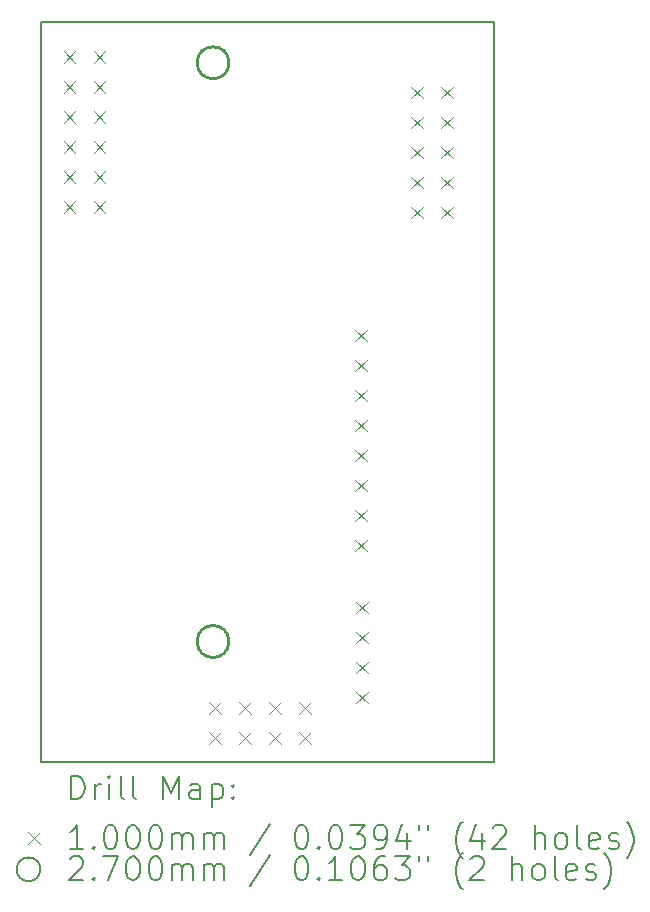
<source format=gbr>
%TF.GenerationSoftware,KiCad,Pcbnew,8.0.6*%
%TF.CreationDate,2025-02-12T12:21:39-05:00*%
%TF.ProjectId,prog,70726f67-2e6b-4696-9361-645f70636258,rev?*%
%TF.SameCoordinates,Original*%
%TF.FileFunction,Drillmap*%
%TF.FilePolarity,Positive*%
%FSLAX45Y45*%
G04 Gerber Fmt 4.5, Leading zero omitted, Abs format (unit mm)*
G04 Created by KiCad (PCBNEW 8.0.6) date 2025-02-12 12:21:39*
%MOMM*%
%LPD*%
G01*
G04 APERTURE LIST*
%ADD10C,0.150000*%
%ADD11C,0.200000*%
%ADD12C,0.100000*%
%ADD13C,0.270000*%
G04 APERTURE END LIST*
D10*
X10165000Y-4005000D02*
X13995000Y-4005000D01*
X13995000Y-10265000D01*
X10165000Y-10265000D01*
X10165000Y-4005000D01*
D11*
D12*
X10355000Y-4247500D02*
X10455000Y-4347500D01*
X10455000Y-4247500D02*
X10355000Y-4347500D01*
X10355000Y-4501500D02*
X10455000Y-4601500D01*
X10455000Y-4501500D02*
X10355000Y-4601500D01*
X10355000Y-4755500D02*
X10455000Y-4855500D01*
X10455000Y-4755500D02*
X10355000Y-4855500D01*
X10355000Y-5009500D02*
X10455000Y-5109500D01*
X10455000Y-5009500D02*
X10355000Y-5109500D01*
X10355000Y-5263500D02*
X10455000Y-5363500D01*
X10455000Y-5263500D02*
X10355000Y-5363500D01*
X10355000Y-5517500D02*
X10455000Y-5617500D01*
X10455000Y-5517500D02*
X10355000Y-5617500D01*
X10609000Y-4247500D02*
X10709000Y-4347500D01*
X10709000Y-4247500D02*
X10609000Y-4347500D01*
X10609000Y-4501500D02*
X10709000Y-4601500D01*
X10709000Y-4501500D02*
X10609000Y-4601500D01*
X10609000Y-4755500D02*
X10709000Y-4855500D01*
X10709000Y-4755500D02*
X10609000Y-4855500D01*
X10609000Y-5009500D02*
X10709000Y-5109500D01*
X10709000Y-5009500D02*
X10609000Y-5109500D01*
X10609000Y-5263500D02*
X10709000Y-5363500D01*
X10709000Y-5263500D02*
X10609000Y-5363500D01*
X10609000Y-5517500D02*
X10709000Y-5617500D01*
X10709000Y-5517500D02*
X10609000Y-5617500D01*
X11588000Y-9760000D02*
X11688000Y-9860000D01*
X11688000Y-9760000D02*
X11588000Y-9860000D01*
X11588000Y-10014000D02*
X11688000Y-10114000D01*
X11688000Y-10014000D02*
X11588000Y-10114000D01*
X11842000Y-9760000D02*
X11942000Y-9860000D01*
X11942000Y-9760000D02*
X11842000Y-9860000D01*
X11842000Y-10014000D02*
X11942000Y-10114000D01*
X11942000Y-10014000D02*
X11842000Y-10114000D01*
X12096000Y-9760000D02*
X12196000Y-9860000D01*
X12196000Y-9760000D02*
X12096000Y-9860000D01*
X12096000Y-10014000D02*
X12196000Y-10114000D01*
X12196000Y-10014000D02*
X12096000Y-10114000D01*
X12350000Y-9760000D02*
X12450000Y-9860000D01*
X12450000Y-9760000D02*
X12350000Y-9860000D01*
X12350000Y-10014000D02*
X12450000Y-10114000D01*
X12450000Y-10014000D02*
X12350000Y-10114000D01*
X12825000Y-6607000D02*
X12925000Y-6707000D01*
X12925000Y-6607000D02*
X12825000Y-6707000D01*
X12825000Y-6861000D02*
X12925000Y-6961000D01*
X12925000Y-6861000D02*
X12825000Y-6961000D01*
X12825000Y-7115000D02*
X12925000Y-7215000D01*
X12925000Y-7115000D02*
X12825000Y-7215000D01*
X12825000Y-7369000D02*
X12925000Y-7469000D01*
X12925000Y-7369000D02*
X12825000Y-7469000D01*
X12825000Y-7623000D02*
X12925000Y-7723000D01*
X12925000Y-7623000D02*
X12825000Y-7723000D01*
X12825000Y-7877000D02*
X12925000Y-7977000D01*
X12925000Y-7877000D02*
X12825000Y-7977000D01*
X12825000Y-8131000D02*
X12925000Y-8231000D01*
X12925000Y-8131000D02*
X12825000Y-8231000D01*
X12825000Y-8385000D02*
X12925000Y-8485000D01*
X12925000Y-8385000D02*
X12825000Y-8485000D01*
X12832500Y-8910000D02*
X12932500Y-9010000D01*
X12932500Y-8910000D02*
X12832500Y-9010000D01*
X12832500Y-9164000D02*
X12932500Y-9264000D01*
X12932500Y-9164000D02*
X12832500Y-9264000D01*
X12832500Y-9418000D02*
X12932500Y-9518000D01*
X12932500Y-9418000D02*
X12832500Y-9518000D01*
X12832500Y-9672000D02*
X12932500Y-9772000D01*
X12932500Y-9672000D02*
X12832500Y-9772000D01*
X13295000Y-4549000D02*
X13395000Y-4649000D01*
X13395000Y-4549000D02*
X13295000Y-4649000D01*
X13295000Y-4803000D02*
X13395000Y-4903000D01*
X13395000Y-4803000D02*
X13295000Y-4903000D01*
X13295000Y-5057000D02*
X13395000Y-5157000D01*
X13395000Y-5057000D02*
X13295000Y-5157000D01*
X13295000Y-5311000D02*
X13395000Y-5411000D01*
X13395000Y-5311000D02*
X13295000Y-5411000D01*
X13295000Y-5565000D02*
X13395000Y-5665000D01*
X13395000Y-5565000D02*
X13295000Y-5665000D01*
X13549000Y-4549000D02*
X13649000Y-4649000D01*
X13649000Y-4549000D02*
X13549000Y-4649000D01*
X13549000Y-4803000D02*
X13649000Y-4903000D01*
X13649000Y-4803000D02*
X13549000Y-4903000D01*
X13549000Y-5057000D02*
X13649000Y-5157000D01*
X13649000Y-5057000D02*
X13549000Y-5157000D01*
X13549000Y-5311000D02*
X13649000Y-5411000D01*
X13649000Y-5311000D02*
X13549000Y-5411000D01*
X13549000Y-5565000D02*
X13649000Y-5665000D01*
X13649000Y-5565000D02*
X13549000Y-5665000D01*
D13*
X11755000Y-4348000D02*
G75*
G02*
X11485000Y-4348000I-135000J0D01*
G01*
X11485000Y-4348000D02*
G75*
G02*
X11755000Y-4348000I135000J0D01*
G01*
X11755000Y-9248000D02*
G75*
G02*
X11485000Y-9248000I-135000J0D01*
G01*
X11485000Y-9248000D02*
G75*
G02*
X11755000Y-9248000I135000J0D01*
G01*
D11*
X10418277Y-10583984D02*
X10418277Y-10383984D01*
X10418277Y-10383984D02*
X10465896Y-10383984D01*
X10465896Y-10383984D02*
X10494467Y-10393508D01*
X10494467Y-10393508D02*
X10513515Y-10412555D01*
X10513515Y-10412555D02*
X10523039Y-10431603D01*
X10523039Y-10431603D02*
X10532563Y-10469698D01*
X10532563Y-10469698D02*
X10532563Y-10498270D01*
X10532563Y-10498270D02*
X10523039Y-10536365D01*
X10523039Y-10536365D02*
X10513515Y-10555412D01*
X10513515Y-10555412D02*
X10494467Y-10574460D01*
X10494467Y-10574460D02*
X10465896Y-10583984D01*
X10465896Y-10583984D02*
X10418277Y-10583984D01*
X10618277Y-10583984D02*
X10618277Y-10450650D01*
X10618277Y-10488746D02*
X10627801Y-10469698D01*
X10627801Y-10469698D02*
X10637324Y-10460174D01*
X10637324Y-10460174D02*
X10656372Y-10450650D01*
X10656372Y-10450650D02*
X10675420Y-10450650D01*
X10742086Y-10583984D02*
X10742086Y-10450650D01*
X10742086Y-10383984D02*
X10732563Y-10393508D01*
X10732563Y-10393508D02*
X10742086Y-10403031D01*
X10742086Y-10403031D02*
X10751610Y-10393508D01*
X10751610Y-10393508D02*
X10742086Y-10383984D01*
X10742086Y-10383984D02*
X10742086Y-10403031D01*
X10865896Y-10583984D02*
X10846848Y-10574460D01*
X10846848Y-10574460D02*
X10837324Y-10555412D01*
X10837324Y-10555412D02*
X10837324Y-10383984D01*
X10970658Y-10583984D02*
X10951610Y-10574460D01*
X10951610Y-10574460D02*
X10942086Y-10555412D01*
X10942086Y-10555412D02*
X10942086Y-10383984D01*
X11199229Y-10583984D02*
X11199229Y-10383984D01*
X11199229Y-10383984D02*
X11265896Y-10526841D01*
X11265896Y-10526841D02*
X11332562Y-10383984D01*
X11332562Y-10383984D02*
X11332562Y-10583984D01*
X11513515Y-10583984D02*
X11513515Y-10479222D01*
X11513515Y-10479222D02*
X11503991Y-10460174D01*
X11503991Y-10460174D02*
X11484943Y-10450650D01*
X11484943Y-10450650D02*
X11446848Y-10450650D01*
X11446848Y-10450650D02*
X11427801Y-10460174D01*
X11513515Y-10574460D02*
X11494467Y-10583984D01*
X11494467Y-10583984D02*
X11446848Y-10583984D01*
X11446848Y-10583984D02*
X11427801Y-10574460D01*
X11427801Y-10574460D02*
X11418277Y-10555412D01*
X11418277Y-10555412D02*
X11418277Y-10536365D01*
X11418277Y-10536365D02*
X11427801Y-10517317D01*
X11427801Y-10517317D02*
X11446848Y-10507793D01*
X11446848Y-10507793D02*
X11494467Y-10507793D01*
X11494467Y-10507793D02*
X11513515Y-10498270D01*
X11608753Y-10450650D02*
X11608753Y-10650650D01*
X11608753Y-10460174D02*
X11627801Y-10450650D01*
X11627801Y-10450650D02*
X11665896Y-10450650D01*
X11665896Y-10450650D02*
X11684943Y-10460174D01*
X11684943Y-10460174D02*
X11694467Y-10469698D01*
X11694467Y-10469698D02*
X11703991Y-10488746D01*
X11703991Y-10488746D02*
X11703991Y-10545889D01*
X11703991Y-10545889D02*
X11694467Y-10564936D01*
X11694467Y-10564936D02*
X11684943Y-10574460D01*
X11684943Y-10574460D02*
X11665896Y-10583984D01*
X11665896Y-10583984D02*
X11627801Y-10583984D01*
X11627801Y-10583984D02*
X11608753Y-10574460D01*
X11789705Y-10564936D02*
X11799229Y-10574460D01*
X11799229Y-10574460D02*
X11789705Y-10583984D01*
X11789705Y-10583984D02*
X11780182Y-10574460D01*
X11780182Y-10574460D02*
X11789705Y-10564936D01*
X11789705Y-10564936D02*
X11789705Y-10583984D01*
X11789705Y-10460174D02*
X11799229Y-10469698D01*
X11799229Y-10469698D02*
X11789705Y-10479222D01*
X11789705Y-10479222D02*
X11780182Y-10469698D01*
X11780182Y-10469698D02*
X11789705Y-10460174D01*
X11789705Y-10460174D02*
X11789705Y-10479222D01*
D12*
X10057500Y-10862500D02*
X10157500Y-10962500D01*
X10157500Y-10862500D02*
X10057500Y-10962500D01*
D11*
X10523039Y-11003984D02*
X10408753Y-11003984D01*
X10465896Y-11003984D02*
X10465896Y-10803984D01*
X10465896Y-10803984D02*
X10446848Y-10832555D01*
X10446848Y-10832555D02*
X10427801Y-10851603D01*
X10427801Y-10851603D02*
X10408753Y-10861127D01*
X10608753Y-10984936D02*
X10618277Y-10994460D01*
X10618277Y-10994460D02*
X10608753Y-11003984D01*
X10608753Y-11003984D02*
X10599229Y-10994460D01*
X10599229Y-10994460D02*
X10608753Y-10984936D01*
X10608753Y-10984936D02*
X10608753Y-11003984D01*
X10742086Y-10803984D02*
X10761134Y-10803984D01*
X10761134Y-10803984D02*
X10780182Y-10813508D01*
X10780182Y-10813508D02*
X10789705Y-10823031D01*
X10789705Y-10823031D02*
X10799229Y-10842079D01*
X10799229Y-10842079D02*
X10808753Y-10880174D01*
X10808753Y-10880174D02*
X10808753Y-10927793D01*
X10808753Y-10927793D02*
X10799229Y-10965889D01*
X10799229Y-10965889D02*
X10789705Y-10984936D01*
X10789705Y-10984936D02*
X10780182Y-10994460D01*
X10780182Y-10994460D02*
X10761134Y-11003984D01*
X10761134Y-11003984D02*
X10742086Y-11003984D01*
X10742086Y-11003984D02*
X10723039Y-10994460D01*
X10723039Y-10994460D02*
X10713515Y-10984936D01*
X10713515Y-10984936D02*
X10703991Y-10965889D01*
X10703991Y-10965889D02*
X10694467Y-10927793D01*
X10694467Y-10927793D02*
X10694467Y-10880174D01*
X10694467Y-10880174D02*
X10703991Y-10842079D01*
X10703991Y-10842079D02*
X10713515Y-10823031D01*
X10713515Y-10823031D02*
X10723039Y-10813508D01*
X10723039Y-10813508D02*
X10742086Y-10803984D01*
X10932563Y-10803984D02*
X10951610Y-10803984D01*
X10951610Y-10803984D02*
X10970658Y-10813508D01*
X10970658Y-10813508D02*
X10980182Y-10823031D01*
X10980182Y-10823031D02*
X10989705Y-10842079D01*
X10989705Y-10842079D02*
X10999229Y-10880174D01*
X10999229Y-10880174D02*
X10999229Y-10927793D01*
X10999229Y-10927793D02*
X10989705Y-10965889D01*
X10989705Y-10965889D02*
X10980182Y-10984936D01*
X10980182Y-10984936D02*
X10970658Y-10994460D01*
X10970658Y-10994460D02*
X10951610Y-11003984D01*
X10951610Y-11003984D02*
X10932563Y-11003984D01*
X10932563Y-11003984D02*
X10913515Y-10994460D01*
X10913515Y-10994460D02*
X10903991Y-10984936D01*
X10903991Y-10984936D02*
X10894467Y-10965889D01*
X10894467Y-10965889D02*
X10884944Y-10927793D01*
X10884944Y-10927793D02*
X10884944Y-10880174D01*
X10884944Y-10880174D02*
X10894467Y-10842079D01*
X10894467Y-10842079D02*
X10903991Y-10823031D01*
X10903991Y-10823031D02*
X10913515Y-10813508D01*
X10913515Y-10813508D02*
X10932563Y-10803984D01*
X11123039Y-10803984D02*
X11142086Y-10803984D01*
X11142086Y-10803984D02*
X11161134Y-10813508D01*
X11161134Y-10813508D02*
X11170658Y-10823031D01*
X11170658Y-10823031D02*
X11180182Y-10842079D01*
X11180182Y-10842079D02*
X11189705Y-10880174D01*
X11189705Y-10880174D02*
X11189705Y-10927793D01*
X11189705Y-10927793D02*
X11180182Y-10965889D01*
X11180182Y-10965889D02*
X11170658Y-10984936D01*
X11170658Y-10984936D02*
X11161134Y-10994460D01*
X11161134Y-10994460D02*
X11142086Y-11003984D01*
X11142086Y-11003984D02*
X11123039Y-11003984D01*
X11123039Y-11003984D02*
X11103991Y-10994460D01*
X11103991Y-10994460D02*
X11094467Y-10984936D01*
X11094467Y-10984936D02*
X11084944Y-10965889D01*
X11084944Y-10965889D02*
X11075420Y-10927793D01*
X11075420Y-10927793D02*
X11075420Y-10880174D01*
X11075420Y-10880174D02*
X11084944Y-10842079D01*
X11084944Y-10842079D02*
X11094467Y-10823031D01*
X11094467Y-10823031D02*
X11103991Y-10813508D01*
X11103991Y-10813508D02*
X11123039Y-10803984D01*
X11275420Y-11003984D02*
X11275420Y-10870650D01*
X11275420Y-10889698D02*
X11284943Y-10880174D01*
X11284943Y-10880174D02*
X11303991Y-10870650D01*
X11303991Y-10870650D02*
X11332563Y-10870650D01*
X11332563Y-10870650D02*
X11351610Y-10880174D01*
X11351610Y-10880174D02*
X11361134Y-10899222D01*
X11361134Y-10899222D02*
X11361134Y-11003984D01*
X11361134Y-10899222D02*
X11370658Y-10880174D01*
X11370658Y-10880174D02*
X11389705Y-10870650D01*
X11389705Y-10870650D02*
X11418277Y-10870650D01*
X11418277Y-10870650D02*
X11437324Y-10880174D01*
X11437324Y-10880174D02*
X11446848Y-10899222D01*
X11446848Y-10899222D02*
X11446848Y-11003984D01*
X11542086Y-11003984D02*
X11542086Y-10870650D01*
X11542086Y-10889698D02*
X11551610Y-10880174D01*
X11551610Y-10880174D02*
X11570658Y-10870650D01*
X11570658Y-10870650D02*
X11599229Y-10870650D01*
X11599229Y-10870650D02*
X11618277Y-10880174D01*
X11618277Y-10880174D02*
X11627801Y-10899222D01*
X11627801Y-10899222D02*
X11627801Y-11003984D01*
X11627801Y-10899222D02*
X11637324Y-10880174D01*
X11637324Y-10880174D02*
X11656372Y-10870650D01*
X11656372Y-10870650D02*
X11684943Y-10870650D01*
X11684943Y-10870650D02*
X11703991Y-10880174D01*
X11703991Y-10880174D02*
X11713515Y-10899222D01*
X11713515Y-10899222D02*
X11713515Y-11003984D01*
X12103991Y-10794460D02*
X11932563Y-11051603D01*
X12361134Y-10803984D02*
X12380182Y-10803984D01*
X12380182Y-10803984D02*
X12399229Y-10813508D01*
X12399229Y-10813508D02*
X12408753Y-10823031D01*
X12408753Y-10823031D02*
X12418277Y-10842079D01*
X12418277Y-10842079D02*
X12427801Y-10880174D01*
X12427801Y-10880174D02*
X12427801Y-10927793D01*
X12427801Y-10927793D02*
X12418277Y-10965889D01*
X12418277Y-10965889D02*
X12408753Y-10984936D01*
X12408753Y-10984936D02*
X12399229Y-10994460D01*
X12399229Y-10994460D02*
X12380182Y-11003984D01*
X12380182Y-11003984D02*
X12361134Y-11003984D01*
X12361134Y-11003984D02*
X12342086Y-10994460D01*
X12342086Y-10994460D02*
X12332563Y-10984936D01*
X12332563Y-10984936D02*
X12323039Y-10965889D01*
X12323039Y-10965889D02*
X12313515Y-10927793D01*
X12313515Y-10927793D02*
X12313515Y-10880174D01*
X12313515Y-10880174D02*
X12323039Y-10842079D01*
X12323039Y-10842079D02*
X12332563Y-10823031D01*
X12332563Y-10823031D02*
X12342086Y-10813508D01*
X12342086Y-10813508D02*
X12361134Y-10803984D01*
X12513515Y-10984936D02*
X12523039Y-10994460D01*
X12523039Y-10994460D02*
X12513515Y-11003984D01*
X12513515Y-11003984D02*
X12503991Y-10994460D01*
X12503991Y-10994460D02*
X12513515Y-10984936D01*
X12513515Y-10984936D02*
X12513515Y-11003984D01*
X12646848Y-10803984D02*
X12665896Y-10803984D01*
X12665896Y-10803984D02*
X12684944Y-10813508D01*
X12684944Y-10813508D02*
X12694467Y-10823031D01*
X12694467Y-10823031D02*
X12703991Y-10842079D01*
X12703991Y-10842079D02*
X12713515Y-10880174D01*
X12713515Y-10880174D02*
X12713515Y-10927793D01*
X12713515Y-10927793D02*
X12703991Y-10965889D01*
X12703991Y-10965889D02*
X12694467Y-10984936D01*
X12694467Y-10984936D02*
X12684944Y-10994460D01*
X12684944Y-10994460D02*
X12665896Y-11003984D01*
X12665896Y-11003984D02*
X12646848Y-11003984D01*
X12646848Y-11003984D02*
X12627801Y-10994460D01*
X12627801Y-10994460D02*
X12618277Y-10984936D01*
X12618277Y-10984936D02*
X12608753Y-10965889D01*
X12608753Y-10965889D02*
X12599229Y-10927793D01*
X12599229Y-10927793D02*
X12599229Y-10880174D01*
X12599229Y-10880174D02*
X12608753Y-10842079D01*
X12608753Y-10842079D02*
X12618277Y-10823031D01*
X12618277Y-10823031D02*
X12627801Y-10813508D01*
X12627801Y-10813508D02*
X12646848Y-10803984D01*
X12780182Y-10803984D02*
X12903991Y-10803984D01*
X12903991Y-10803984D02*
X12837325Y-10880174D01*
X12837325Y-10880174D02*
X12865896Y-10880174D01*
X12865896Y-10880174D02*
X12884944Y-10889698D01*
X12884944Y-10889698D02*
X12894467Y-10899222D01*
X12894467Y-10899222D02*
X12903991Y-10918270D01*
X12903991Y-10918270D02*
X12903991Y-10965889D01*
X12903991Y-10965889D02*
X12894467Y-10984936D01*
X12894467Y-10984936D02*
X12884944Y-10994460D01*
X12884944Y-10994460D02*
X12865896Y-11003984D01*
X12865896Y-11003984D02*
X12808753Y-11003984D01*
X12808753Y-11003984D02*
X12789706Y-10994460D01*
X12789706Y-10994460D02*
X12780182Y-10984936D01*
X12999229Y-11003984D02*
X13037325Y-11003984D01*
X13037325Y-11003984D02*
X13056372Y-10994460D01*
X13056372Y-10994460D02*
X13065896Y-10984936D01*
X13065896Y-10984936D02*
X13084944Y-10956365D01*
X13084944Y-10956365D02*
X13094467Y-10918270D01*
X13094467Y-10918270D02*
X13094467Y-10842079D01*
X13094467Y-10842079D02*
X13084944Y-10823031D01*
X13084944Y-10823031D02*
X13075420Y-10813508D01*
X13075420Y-10813508D02*
X13056372Y-10803984D01*
X13056372Y-10803984D02*
X13018277Y-10803984D01*
X13018277Y-10803984D02*
X12999229Y-10813508D01*
X12999229Y-10813508D02*
X12989706Y-10823031D01*
X12989706Y-10823031D02*
X12980182Y-10842079D01*
X12980182Y-10842079D02*
X12980182Y-10889698D01*
X12980182Y-10889698D02*
X12989706Y-10908746D01*
X12989706Y-10908746D02*
X12999229Y-10918270D01*
X12999229Y-10918270D02*
X13018277Y-10927793D01*
X13018277Y-10927793D02*
X13056372Y-10927793D01*
X13056372Y-10927793D02*
X13075420Y-10918270D01*
X13075420Y-10918270D02*
X13084944Y-10908746D01*
X13084944Y-10908746D02*
X13094467Y-10889698D01*
X13265896Y-10870650D02*
X13265896Y-11003984D01*
X13218277Y-10794460D02*
X13170658Y-10937317D01*
X13170658Y-10937317D02*
X13294467Y-10937317D01*
X13361134Y-10803984D02*
X13361134Y-10842079D01*
X13437325Y-10803984D02*
X13437325Y-10842079D01*
X13732563Y-11080174D02*
X13723039Y-11070650D01*
X13723039Y-11070650D02*
X13703991Y-11042079D01*
X13703991Y-11042079D02*
X13694468Y-11023031D01*
X13694468Y-11023031D02*
X13684944Y-10994460D01*
X13684944Y-10994460D02*
X13675420Y-10946841D01*
X13675420Y-10946841D02*
X13675420Y-10908746D01*
X13675420Y-10908746D02*
X13684944Y-10861127D01*
X13684944Y-10861127D02*
X13694468Y-10832555D01*
X13694468Y-10832555D02*
X13703991Y-10813508D01*
X13703991Y-10813508D02*
X13723039Y-10784936D01*
X13723039Y-10784936D02*
X13732563Y-10775412D01*
X13894468Y-10870650D02*
X13894468Y-11003984D01*
X13846848Y-10794460D02*
X13799229Y-10937317D01*
X13799229Y-10937317D02*
X13923039Y-10937317D01*
X13989706Y-10823031D02*
X13999229Y-10813508D01*
X13999229Y-10813508D02*
X14018277Y-10803984D01*
X14018277Y-10803984D02*
X14065896Y-10803984D01*
X14065896Y-10803984D02*
X14084944Y-10813508D01*
X14084944Y-10813508D02*
X14094468Y-10823031D01*
X14094468Y-10823031D02*
X14103991Y-10842079D01*
X14103991Y-10842079D02*
X14103991Y-10861127D01*
X14103991Y-10861127D02*
X14094468Y-10889698D01*
X14094468Y-10889698D02*
X13980182Y-11003984D01*
X13980182Y-11003984D02*
X14103991Y-11003984D01*
X14342087Y-11003984D02*
X14342087Y-10803984D01*
X14427801Y-11003984D02*
X14427801Y-10899222D01*
X14427801Y-10899222D02*
X14418277Y-10880174D01*
X14418277Y-10880174D02*
X14399230Y-10870650D01*
X14399230Y-10870650D02*
X14370658Y-10870650D01*
X14370658Y-10870650D02*
X14351610Y-10880174D01*
X14351610Y-10880174D02*
X14342087Y-10889698D01*
X14551610Y-11003984D02*
X14532563Y-10994460D01*
X14532563Y-10994460D02*
X14523039Y-10984936D01*
X14523039Y-10984936D02*
X14513515Y-10965889D01*
X14513515Y-10965889D02*
X14513515Y-10908746D01*
X14513515Y-10908746D02*
X14523039Y-10889698D01*
X14523039Y-10889698D02*
X14532563Y-10880174D01*
X14532563Y-10880174D02*
X14551610Y-10870650D01*
X14551610Y-10870650D02*
X14580182Y-10870650D01*
X14580182Y-10870650D02*
X14599230Y-10880174D01*
X14599230Y-10880174D02*
X14608753Y-10889698D01*
X14608753Y-10889698D02*
X14618277Y-10908746D01*
X14618277Y-10908746D02*
X14618277Y-10965889D01*
X14618277Y-10965889D02*
X14608753Y-10984936D01*
X14608753Y-10984936D02*
X14599230Y-10994460D01*
X14599230Y-10994460D02*
X14580182Y-11003984D01*
X14580182Y-11003984D02*
X14551610Y-11003984D01*
X14732563Y-11003984D02*
X14713515Y-10994460D01*
X14713515Y-10994460D02*
X14703991Y-10975412D01*
X14703991Y-10975412D02*
X14703991Y-10803984D01*
X14884944Y-10994460D02*
X14865896Y-11003984D01*
X14865896Y-11003984D02*
X14827801Y-11003984D01*
X14827801Y-11003984D02*
X14808753Y-10994460D01*
X14808753Y-10994460D02*
X14799230Y-10975412D01*
X14799230Y-10975412D02*
X14799230Y-10899222D01*
X14799230Y-10899222D02*
X14808753Y-10880174D01*
X14808753Y-10880174D02*
X14827801Y-10870650D01*
X14827801Y-10870650D02*
X14865896Y-10870650D01*
X14865896Y-10870650D02*
X14884944Y-10880174D01*
X14884944Y-10880174D02*
X14894468Y-10899222D01*
X14894468Y-10899222D02*
X14894468Y-10918270D01*
X14894468Y-10918270D02*
X14799230Y-10937317D01*
X14970658Y-10994460D02*
X14989706Y-11003984D01*
X14989706Y-11003984D02*
X15027801Y-11003984D01*
X15027801Y-11003984D02*
X15046849Y-10994460D01*
X15046849Y-10994460D02*
X15056372Y-10975412D01*
X15056372Y-10975412D02*
X15056372Y-10965889D01*
X15056372Y-10965889D02*
X15046849Y-10946841D01*
X15046849Y-10946841D02*
X15027801Y-10937317D01*
X15027801Y-10937317D02*
X14999230Y-10937317D01*
X14999230Y-10937317D02*
X14980182Y-10927793D01*
X14980182Y-10927793D02*
X14970658Y-10908746D01*
X14970658Y-10908746D02*
X14970658Y-10899222D01*
X14970658Y-10899222D02*
X14980182Y-10880174D01*
X14980182Y-10880174D02*
X14999230Y-10870650D01*
X14999230Y-10870650D02*
X15027801Y-10870650D01*
X15027801Y-10870650D02*
X15046849Y-10880174D01*
X15123039Y-11080174D02*
X15132563Y-11070650D01*
X15132563Y-11070650D02*
X15151611Y-11042079D01*
X15151611Y-11042079D02*
X15161134Y-11023031D01*
X15161134Y-11023031D02*
X15170658Y-10994460D01*
X15170658Y-10994460D02*
X15180182Y-10946841D01*
X15180182Y-10946841D02*
X15180182Y-10908746D01*
X15180182Y-10908746D02*
X15170658Y-10861127D01*
X15170658Y-10861127D02*
X15161134Y-10832555D01*
X15161134Y-10832555D02*
X15151611Y-10813508D01*
X15151611Y-10813508D02*
X15132563Y-10784936D01*
X15132563Y-10784936D02*
X15123039Y-10775412D01*
X10157500Y-11176500D02*
G75*
G02*
X9957500Y-11176500I-100000J0D01*
G01*
X9957500Y-11176500D02*
G75*
G02*
X10157500Y-11176500I100000J0D01*
G01*
X10408753Y-11087031D02*
X10418277Y-11077508D01*
X10418277Y-11077508D02*
X10437324Y-11067984D01*
X10437324Y-11067984D02*
X10484944Y-11067984D01*
X10484944Y-11067984D02*
X10503991Y-11077508D01*
X10503991Y-11077508D02*
X10513515Y-11087031D01*
X10513515Y-11087031D02*
X10523039Y-11106079D01*
X10523039Y-11106079D02*
X10523039Y-11125127D01*
X10523039Y-11125127D02*
X10513515Y-11153698D01*
X10513515Y-11153698D02*
X10399229Y-11267984D01*
X10399229Y-11267984D02*
X10523039Y-11267984D01*
X10608753Y-11248936D02*
X10618277Y-11258460D01*
X10618277Y-11258460D02*
X10608753Y-11267984D01*
X10608753Y-11267984D02*
X10599229Y-11258460D01*
X10599229Y-11258460D02*
X10608753Y-11248936D01*
X10608753Y-11248936D02*
X10608753Y-11267984D01*
X10684944Y-11067984D02*
X10818277Y-11067984D01*
X10818277Y-11067984D02*
X10732563Y-11267984D01*
X10932563Y-11067984D02*
X10951610Y-11067984D01*
X10951610Y-11067984D02*
X10970658Y-11077508D01*
X10970658Y-11077508D02*
X10980182Y-11087031D01*
X10980182Y-11087031D02*
X10989705Y-11106079D01*
X10989705Y-11106079D02*
X10999229Y-11144174D01*
X10999229Y-11144174D02*
X10999229Y-11191793D01*
X10999229Y-11191793D02*
X10989705Y-11229888D01*
X10989705Y-11229888D02*
X10980182Y-11248936D01*
X10980182Y-11248936D02*
X10970658Y-11258460D01*
X10970658Y-11258460D02*
X10951610Y-11267984D01*
X10951610Y-11267984D02*
X10932563Y-11267984D01*
X10932563Y-11267984D02*
X10913515Y-11258460D01*
X10913515Y-11258460D02*
X10903991Y-11248936D01*
X10903991Y-11248936D02*
X10894467Y-11229888D01*
X10894467Y-11229888D02*
X10884944Y-11191793D01*
X10884944Y-11191793D02*
X10884944Y-11144174D01*
X10884944Y-11144174D02*
X10894467Y-11106079D01*
X10894467Y-11106079D02*
X10903991Y-11087031D01*
X10903991Y-11087031D02*
X10913515Y-11077508D01*
X10913515Y-11077508D02*
X10932563Y-11067984D01*
X11123039Y-11067984D02*
X11142086Y-11067984D01*
X11142086Y-11067984D02*
X11161134Y-11077508D01*
X11161134Y-11077508D02*
X11170658Y-11087031D01*
X11170658Y-11087031D02*
X11180182Y-11106079D01*
X11180182Y-11106079D02*
X11189705Y-11144174D01*
X11189705Y-11144174D02*
X11189705Y-11191793D01*
X11189705Y-11191793D02*
X11180182Y-11229888D01*
X11180182Y-11229888D02*
X11170658Y-11248936D01*
X11170658Y-11248936D02*
X11161134Y-11258460D01*
X11161134Y-11258460D02*
X11142086Y-11267984D01*
X11142086Y-11267984D02*
X11123039Y-11267984D01*
X11123039Y-11267984D02*
X11103991Y-11258460D01*
X11103991Y-11258460D02*
X11094467Y-11248936D01*
X11094467Y-11248936D02*
X11084944Y-11229888D01*
X11084944Y-11229888D02*
X11075420Y-11191793D01*
X11075420Y-11191793D02*
X11075420Y-11144174D01*
X11075420Y-11144174D02*
X11084944Y-11106079D01*
X11084944Y-11106079D02*
X11094467Y-11087031D01*
X11094467Y-11087031D02*
X11103991Y-11077508D01*
X11103991Y-11077508D02*
X11123039Y-11067984D01*
X11275420Y-11267984D02*
X11275420Y-11134650D01*
X11275420Y-11153698D02*
X11284943Y-11144174D01*
X11284943Y-11144174D02*
X11303991Y-11134650D01*
X11303991Y-11134650D02*
X11332563Y-11134650D01*
X11332563Y-11134650D02*
X11351610Y-11144174D01*
X11351610Y-11144174D02*
X11361134Y-11163222D01*
X11361134Y-11163222D02*
X11361134Y-11267984D01*
X11361134Y-11163222D02*
X11370658Y-11144174D01*
X11370658Y-11144174D02*
X11389705Y-11134650D01*
X11389705Y-11134650D02*
X11418277Y-11134650D01*
X11418277Y-11134650D02*
X11437324Y-11144174D01*
X11437324Y-11144174D02*
X11446848Y-11163222D01*
X11446848Y-11163222D02*
X11446848Y-11267984D01*
X11542086Y-11267984D02*
X11542086Y-11134650D01*
X11542086Y-11153698D02*
X11551610Y-11144174D01*
X11551610Y-11144174D02*
X11570658Y-11134650D01*
X11570658Y-11134650D02*
X11599229Y-11134650D01*
X11599229Y-11134650D02*
X11618277Y-11144174D01*
X11618277Y-11144174D02*
X11627801Y-11163222D01*
X11627801Y-11163222D02*
X11627801Y-11267984D01*
X11627801Y-11163222D02*
X11637324Y-11144174D01*
X11637324Y-11144174D02*
X11656372Y-11134650D01*
X11656372Y-11134650D02*
X11684943Y-11134650D01*
X11684943Y-11134650D02*
X11703991Y-11144174D01*
X11703991Y-11144174D02*
X11713515Y-11163222D01*
X11713515Y-11163222D02*
X11713515Y-11267984D01*
X12103991Y-11058460D02*
X11932563Y-11315603D01*
X12361134Y-11067984D02*
X12380182Y-11067984D01*
X12380182Y-11067984D02*
X12399229Y-11077508D01*
X12399229Y-11077508D02*
X12408753Y-11087031D01*
X12408753Y-11087031D02*
X12418277Y-11106079D01*
X12418277Y-11106079D02*
X12427801Y-11144174D01*
X12427801Y-11144174D02*
X12427801Y-11191793D01*
X12427801Y-11191793D02*
X12418277Y-11229888D01*
X12418277Y-11229888D02*
X12408753Y-11248936D01*
X12408753Y-11248936D02*
X12399229Y-11258460D01*
X12399229Y-11258460D02*
X12380182Y-11267984D01*
X12380182Y-11267984D02*
X12361134Y-11267984D01*
X12361134Y-11267984D02*
X12342086Y-11258460D01*
X12342086Y-11258460D02*
X12332563Y-11248936D01*
X12332563Y-11248936D02*
X12323039Y-11229888D01*
X12323039Y-11229888D02*
X12313515Y-11191793D01*
X12313515Y-11191793D02*
X12313515Y-11144174D01*
X12313515Y-11144174D02*
X12323039Y-11106079D01*
X12323039Y-11106079D02*
X12332563Y-11087031D01*
X12332563Y-11087031D02*
X12342086Y-11077508D01*
X12342086Y-11077508D02*
X12361134Y-11067984D01*
X12513515Y-11248936D02*
X12523039Y-11258460D01*
X12523039Y-11258460D02*
X12513515Y-11267984D01*
X12513515Y-11267984D02*
X12503991Y-11258460D01*
X12503991Y-11258460D02*
X12513515Y-11248936D01*
X12513515Y-11248936D02*
X12513515Y-11267984D01*
X12713515Y-11267984D02*
X12599229Y-11267984D01*
X12656372Y-11267984D02*
X12656372Y-11067984D01*
X12656372Y-11067984D02*
X12637325Y-11096555D01*
X12637325Y-11096555D02*
X12618277Y-11115603D01*
X12618277Y-11115603D02*
X12599229Y-11125127D01*
X12837325Y-11067984D02*
X12856372Y-11067984D01*
X12856372Y-11067984D02*
X12875420Y-11077508D01*
X12875420Y-11077508D02*
X12884944Y-11087031D01*
X12884944Y-11087031D02*
X12894467Y-11106079D01*
X12894467Y-11106079D02*
X12903991Y-11144174D01*
X12903991Y-11144174D02*
X12903991Y-11191793D01*
X12903991Y-11191793D02*
X12894467Y-11229888D01*
X12894467Y-11229888D02*
X12884944Y-11248936D01*
X12884944Y-11248936D02*
X12875420Y-11258460D01*
X12875420Y-11258460D02*
X12856372Y-11267984D01*
X12856372Y-11267984D02*
X12837325Y-11267984D01*
X12837325Y-11267984D02*
X12818277Y-11258460D01*
X12818277Y-11258460D02*
X12808753Y-11248936D01*
X12808753Y-11248936D02*
X12799229Y-11229888D01*
X12799229Y-11229888D02*
X12789706Y-11191793D01*
X12789706Y-11191793D02*
X12789706Y-11144174D01*
X12789706Y-11144174D02*
X12799229Y-11106079D01*
X12799229Y-11106079D02*
X12808753Y-11087031D01*
X12808753Y-11087031D02*
X12818277Y-11077508D01*
X12818277Y-11077508D02*
X12837325Y-11067984D01*
X13075420Y-11067984D02*
X13037325Y-11067984D01*
X13037325Y-11067984D02*
X13018277Y-11077508D01*
X13018277Y-11077508D02*
X13008753Y-11087031D01*
X13008753Y-11087031D02*
X12989706Y-11115603D01*
X12989706Y-11115603D02*
X12980182Y-11153698D01*
X12980182Y-11153698D02*
X12980182Y-11229888D01*
X12980182Y-11229888D02*
X12989706Y-11248936D01*
X12989706Y-11248936D02*
X12999229Y-11258460D01*
X12999229Y-11258460D02*
X13018277Y-11267984D01*
X13018277Y-11267984D02*
X13056372Y-11267984D01*
X13056372Y-11267984D02*
X13075420Y-11258460D01*
X13075420Y-11258460D02*
X13084944Y-11248936D01*
X13084944Y-11248936D02*
X13094467Y-11229888D01*
X13094467Y-11229888D02*
X13094467Y-11182270D01*
X13094467Y-11182270D02*
X13084944Y-11163222D01*
X13084944Y-11163222D02*
X13075420Y-11153698D01*
X13075420Y-11153698D02*
X13056372Y-11144174D01*
X13056372Y-11144174D02*
X13018277Y-11144174D01*
X13018277Y-11144174D02*
X12999229Y-11153698D01*
X12999229Y-11153698D02*
X12989706Y-11163222D01*
X12989706Y-11163222D02*
X12980182Y-11182270D01*
X13161134Y-11067984D02*
X13284944Y-11067984D01*
X13284944Y-11067984D02*
X13218277Y-11144174D01*
X13218277Y-11144174D02*
X13246848Y-11144174D01*
X13246848Y-11144174D02*
X13265896Y-11153698D01*
X13265896Y-11153698D02*
X13275420Y-11163222D01*
X13275420Y-11163222D02*
X13284944Y-11182270D01*
X13284944Y-11182270D02*
X13284944Y-11229888D01*
X13284944Y-11229888D02*
X13275420Y-11248936D01*
X13275420Y-11248936D02*
X13265896Y-11258460D01*
X13265896Y-11258460D02*
X13246848Y-11267984D01*
X13246848Y-11267984D02*
X13189706Y-11267984D01*
X13189706Y-11267984D02*
X13170658Y-11258460D01*
X13170658Y-11258460D02*
X13161134Y-11248936D01*
X13361134Y-11067984D02*
X13361134Y-11106079D01*
X13437325Y-11067984D02*
X13437325Y-11106079D01*
X13732563Y-11344174D02*
X13723039Y-11334650D01*
X13723039Y-11334650D02*
X13703991Y-11306079D01*
X13703991Y-11306079D02*
X13694468Y-11287031D01*
X13694468Y-11287031D02*
X13684944Y-11258460D01*
X13684944Y-11258460D02*
X13675420Y-11210841D01*
X13675420Y-11210841D02*
X13675420Y-11172746D01*
X13675420Y-11172746D02*
X13684944Y-11125127D01*
X13684944Y-11125127D02*
X13694468Y-11096555D01*
X13694468Y-11096555D02*
X13703991Y-11077508D01*
X13703991Y-11077508D02*
X13723039Y-11048936D01*
X13723039Y-11048936D02*
X13732563Y-11039412D01*
X13799229Y-11087031D02*
X13808753Y-11077508D01*
X13808753Y-11077508D02*
X13827801Y-11067984D01*
X13827801Y-11067984D02*
X13875420Y-11067984D01*
X13875420Y-11067984D02*
X13894468Y-11077508D01*
X13894468Y-11077508D02*
X13903991Y-11087031D01*
X13903991Y-11087031D02*
X13913515Y-11106079D01*
X13913515Y-11106079D02*
X13913515Y-11125127D01*
X13913515Y-11125127D02*
X13903991Y-11153698D01*
X13903991Y-11153698D02*
X13789706Y-11267984D01*
X13789706Y-11267984D02*
X13913515Y-11267984D01*
X14151610Y-11267984D02*
X14151610Y-11067984D01*
X14237325Y-11267984D02*
X14237325Y-11163222D01*
X14237325Y-11163222D02*
X14227801Y-11144174D01*
X14227801Y-11144174D02*
X14208753Y-11134650D01*
X14208753Y-11134650D02*
X14180182Y-11134650D01*
X14180182Y-11134650D02*
X14161134Y-11144174D01*
X14161134Y-11144174D02*
X14151610Y-11153698D01*
X14361134Y-11267984D02*
X14342087Y-11258460D01*
X14342087Y-11258460D02*
X14332563Y-11248936D01*
X14332563Y-11248936D02*
X14323039Y-11229888D01*
X14323039Y-11229888D02*
X14323039Y-11172746D01*
X14323039Y-11172746D02*
X14332563Y-11153698D01*
X14332563Y-11153698D02*
X14342087Y-11144174D01*
X14342087Y-11144174D02*
X14361134Y-11134650D01*
X14361134Y-11134650D02*
X14389706Y-11134650D01*
X14389706Y-11134650D02*
X14408753Y-11144174D01*
X14408753Y-11144174D02*
X14418277Y-11153698D01*
X14418277Y-11153698D02*
X14427801Y-11172746D01*
X14427801Y-11172746D02*
X14427801Y-11229888D01*
X14427801Y-11229888D02*
X14418277Y-11248936D01*
X14418277Y-11248936D02*
X14408753Y-11258460D01*
X14408753Y-11258460D02*
X14389706Y-11267984D01*
X14389706Y-11267984D02*
X14361134Y-11267984D01*
X14542087Y-11267984D02*
X14523039Y-11258460D01*
X14523039Y-11258460D02*
X14513515Y-11239412D01*
X14513515Y-11239412D02*
X14513515Y-11067984D01*
X14694468Y-11258460D02*
X14675420Y-11267984D01*
X14675420Y-11267984D02*
X14637325Y-11267984D01*
X14637325Y-11267984D02*
X14618277Y-11258460D01*
X14618277Y-11258460D02*
X14608753Y-11239412D01*
X14608753Y-11239412D02*
X14608753Y-11163222D01*
X14608753Y-11163222D02*
X14618277Y-11144174D01*
X14618277Y-11144174D02*
X14637325Y-11134650D01*
X14637325Y-11134650D02*
X14675420Y-11134650D01*
X14675420Y-11134650D02*
X14694468Y-11144174D01*
X14694468Y-11144174D02*
X14703991Y-11163222D01*
X14703991Y-11163222D02*
X14703991Y-11182270D01*
X14703991Y-11182270D02*
X14608753Y-11201317D01*
X14780182Y-11258460D02*
X14799230Y-11267984D01*
X14799230Y-11267984D02*
X14837325Y-11267984D01*
X14837325Y-11267984D02*
X14856372Y-11258460D01*
X14856372Y-11258460D02*
X14865896Y-11239412D01*
X14865896Y-11239412D02*
X14865896Y-11229888D01*
X14865896Y-11229888D02*
X14856372Y-11210841D01*
X14856372Y-11210841D02*
X14837325Y-11201317D01*
X14837325Y-11201317D02*
X14808753Y-11201317D01*
X14808753Y-11201317D02*
X14789706Y-11191793D01*
X14789706Y-11191793D02*
X14780182Y-11172746D01*
X14780182Y-11172746D02*
X14780182Y-11163222D01*
X14780182Y-11163222D02*
X14789706Y-11144174D01*
X14789706Y-11144174D02*
X14808753Y-11134650D01*
X14808753Y-11134650D02*
X14837325Y-11134650D01*
X14837325Y-11134650D02*
X14856372Y-11144174D01*
X14932563Y-11344174D02*
X14942087Y-11334650D01*
X14942087Y-11334650D02*
X14961134Y-11306079D01*
X14961134Y-11306079D02*
X14970658Y-11287031D01*
X14970658Y-11287031D02*
X14980182Y-11258460D01*
X14980182Y-11258460D02*
X14989706Y-11210841D01*
X14989706Y-11210841D02*
X14989706Y-11172746D01*
X14989706Y-11172746D02*
X14980182Y-11125127D01*
X14980182Y-11125127D02*
X14970658Y-11096555D01*
X14970658Y-11096555D02*
X14961134Y-11077508D01*
X14961134Y-11077508D02*
X14942087Y-11048936D01*
X14942087Y-11048936D02*
X14932563Y-11039412D01*
M02*

</source>
